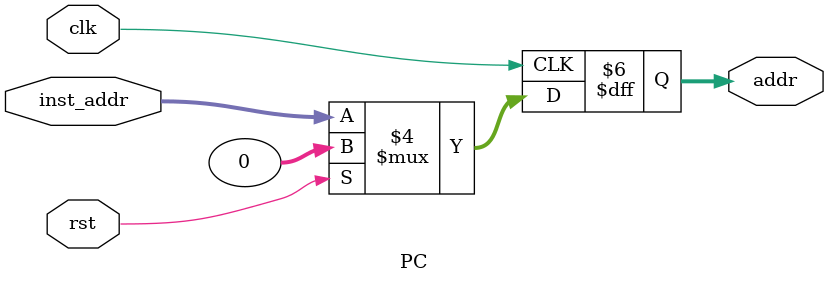
<source format=v>
`timescale 1ns / 1ps

module PC (
    input clk,
    input rst,  // Í¬²½¸´Î»
    input [31:0] inst_addr,
    output [31:0] addr
    );
    
    reg [31:0] addr = 0;
    
    always @(negedge clk) begin
        if(rst) 
            addr = 0;
        else
           addr = inst_addr;
    end
endmodule
</source>
